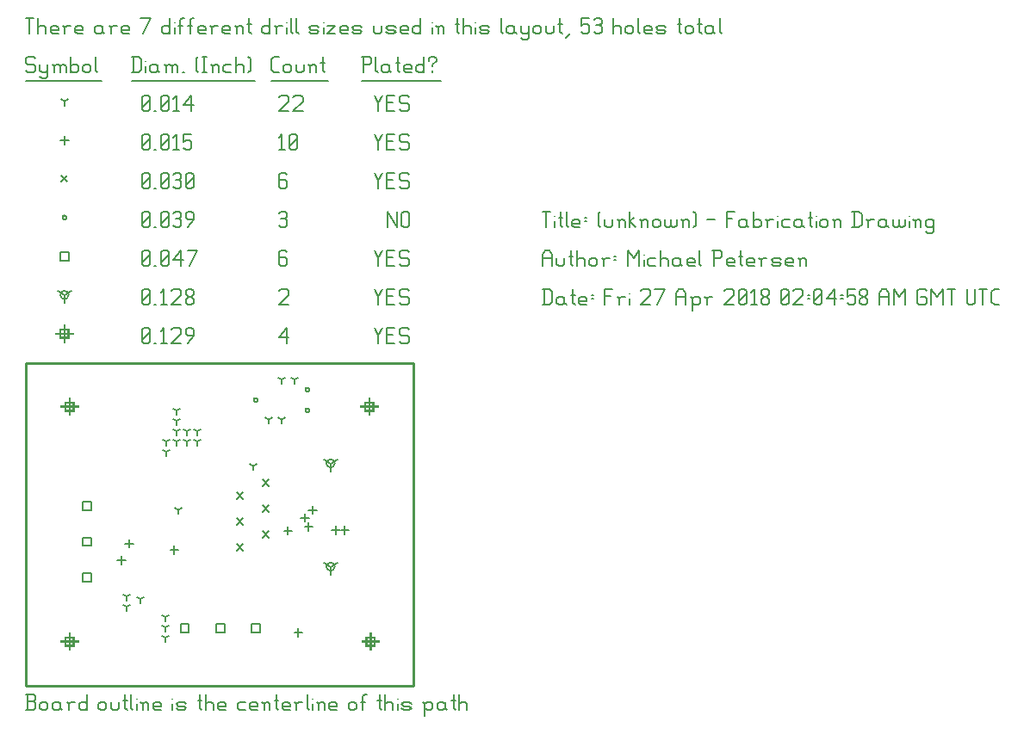
<source format=gbr>
G04 start of page 13 for group -3984 idx -3984 *
G04 Title: (unknown), fab *
G04 Creator: pcb 20140316 *
G04 CreationDate: Fri 27 Apr 2018 02:04:58 AM GMT UTC *
G04 For: petersen *
G04 Format: Gerber/RS-274X *
G04 PCB-Dimensions (mil): 1500.00 1250.00 *
G04 PCB-Coordinate-Origin: lower left *
%MOIN*%
%FSLAX25Y25*%
%LNFAB*%
%ADD106C,0.0100*%
%ADD105C,0.0075*%
%ADD104C,0.0060*%
%ADD103R,0.0080X0.0080*%
G54D103*X133000Y111200D02*Y104800D01*
X129800Y108000D02*X136200D01*
X131400Y109600D02*X134600D01*
X131400D02*Y106400D01*
X134600D01*
Y109600D02*Y106400D01*
X133500Y20200D02*Y13800D01*
X130300Y17000D02*X136700D01*
X131900Y18600D02*X135100D01*
X131900D02*Y15400D01*
X135100D01*
Y18600D02*Y15400D01*
X17000Y20200D02*Y13800D01*
X13800Y17000D02*X20200D01*
X15400Y18600D02*X18600D01*
X15400D02*Y15400D01*
X18600D01*
Y18600D02*Y15400D01*
X17000Y111200D02*Y104800D01*
X13800Y108000D02*X20200D01*
X15400Y109600D02*X18600D01*
X15400D02*Y106400D01*
X18600D01*
Y109600D02*Y106400D01*
X15000Y139450D02*Y133050D01*
X11800Y136250D02*X18200D01*
X13400Y137850D02*X16600D01*
X13400D02*Y134650D01*
X16600D01*
Y137850D02*Y134650D01*
G54D104*X135000Y138500D02*X136500Y135500D01*
X138000Y138500D01*
X136500Y135500D02*Y132500D01*
X139800Y135800D02*X142050D01*
X139800Y132500D02*X142800D01*
X139800Y138500D02*Y132500D01*
Y138500D02*X142800D01*
X147600D02*X148350Y137750D01*
X145350Y138500D02*X147600D01*
X144600Y137750D02*X145350Y138500D01*
X144600Y137750D02*Y136250D01*
X145350Y135500D01*
X147600D01*
X148350Y134750D01*
Y133250D01*
X147600Y132500D02*X148350Y133250D01*
X145350Y132500D02*X147600D01*
X144600Y133250D02*X145350Y132500D01*
X98000Y134750D02*X101000Y138500D01*
X98000Y134750D02*X101750D01*
X101000Y138500D02*Y132500D01*
X45000Y133250D02*X45750Y132500D01*
X45000Y137750D02*Y133250D01*
Y137750D02*X45750Y138500D01*
X47250D01*
X48000Y137750D01*
Y133250D01*
X47250Y132500D02*X48000Y133250D01*
X45750Y132500D02*X47250D01*
X45000Y134000D02*X48000Y137000D01*
X49800Y132500D02*X50550D01*
X52350Y137300D02*X53550Y138500D01*
Y132500D01*
X52350D02*X54600D01*
X56400Y137750D02*X57150Y138500D01*
X59400D01*
X60150Y137750D01*
Y136250D01*
X56400Y132500D02*X60150Y136250D01*
X56400Y132500D02*X60150D01*
X62700D02*X64950Y135500D01*
Y137750D02*Y135500D01*
X64200Y138500D02*X64950Y137750D01*
X62700Y138500D02*X64200D01*
X61950Y137750D02*X62700Y138500D01*
X61950Y137750D02*Y136250D01*
X62700Y135500D01*
X64950D01*
X118000Y46000D02*Y42800D01*
Y46000D02*X120773Y47600D01*
X118000Y46000D02*X115227Y47600D01*
X116400Y46000D02*G75*G03X119600Y46000I1600J0D01*G01*
G75*G03X116400Y46000I-1600J0D01*G01*
X118000Y86000D02*Y82800D01*
Y86000D02*X120773Y87600D01*
X118000Y86000D02*X115227Y87600D01*
X116400Y86000D02*G75*G03X119600Y86000I1600J0D01*G01*
G75*G03X116400Y86000I-1600J0D01*G01*
X15000Y151250D02*Y148050D01*
Y151250D02*X17773Y152850D01*
X15000Y151250D02*X12227Y152850D01*
X13400Y151250D02*G75*G03X16600Y151250I1600J0D01*G01*
G75*G03X13400Y151250I-1600J0D01*G01*
X135000Y153500D02*X136500Y150500D01*
X138000Y153500D01*
X136500Y150500D02*Y147500D01*
X139800Y150800D02*X142050D01*
X139800Y147500D02*X142800D01*
X139800Y153500D02*Y147500D01*
Y153500D02*X142800D01*
X147600D02*X148350Y152750D01*
X145350Y153500D02*X147600D01*
X144600Y152750D02*X145350Y153500D01*
X144600Y152750D02*Y151250D01*
X145350Y150500D01*
X147600D01*
X148350Y149750D01*
Y148250D01*
X147600Y147500D02*X148350Y148250D01*
X145350Y147500D02*X147600D01*
X144600Y148250D02*X145350Y147500D01*
X98000Y152750D02*X98750Y153500D01*
X101000D01*
X101750Y152750D01*
Y151250D01*
X98000Y147500D02*X101750Y151250D01*
X98000Y147500D02*X101750D01*
X45000Y148250D02*X45750Y147500D01*
X45000Y152750D02*Y148250D01*
Y152750D02*X45750Y153500D01*
X47250D01*
X48000Y152750D01*
Y148250D01*
X47250Y147500D02*X48000Y148250D01*
X45750Y147500D02*X47250D01*
X45000Y149000D02*X48000Y152000D01*
X49800Y147500D02*X50550D01*
X52350Y152300D02*X53550Y153500D01*
Y147500D01*
X52350D02*X54600D01*
X56400Y152750D02*X57150Y153500D01*
X59400D01*
X60150Y152750D01*
Y151250D01*
X56400Y147500D02*X60150Y151250D01*
X56400Y147500D02*X60150D01*
X61950Y148250D02*X62700Y147500D01*
X61950Y149450D02*Y148250D01*
Y149450D02*X63000Y150500D01*
X63900D01*
X64950Y149450D01*
Y148250D01*
X64200Y147500D02*X64950Y148250D01*
X62700Y147500D02*X64200D01*
X61950Y151550D02*X63000Y150500D01*
X61950Y152750D02*Y151550D01*
Y152750D02*X62700Y153500D01*
X64200D01*
X64950Y152750D01*
Y151550D01*
X63900Y150500D02*X64950Y151550D01*
X22073Y71045D02*X25273D01*
X22073D02*Y67845D01*
X25273D01*
Y71045D02*Y67845D01*
X22073Y57265D02*X25273D01*
X22073D02*Y54065D01*
X25273D01*
Y57265D02*Y54065D01*
X22073Y43486D02*X25273D01*
X22073D02*Y40286D01*
X25273D01*
Y43486D02*Y40286D01*
X59955Y23773D02*X63155D01*
X59955D02*Y20573D01*
X63155D01*
Y23773D02*Y20573D01*
X73735Y23773D02*X76935D01*
X73735D02*Y20573D01*
X76935D01*
Y23773D02*Y20573D01*
X87514Y23773D02*X90714D01*
X87514D02*Y20573D01*
X90714D01*
Y23773D02*Y20573D01*
X13400Y167850D02*X16600D01*
X13400D02*Y164650D01*
X16600D01*
Y167850D02*Y164650D01*
X135000Y168500D02*X136500Y165500D01*
X138000Y168500D01*
X136500Y165500D02*Y162500D01*
X139800Y165800D02*X142050D01*
X139800Y162500D02*X142800D01*
X139800Y168500D02*Y162500D01*
Y168500D02*X142800D01*
X147600D02*X148350Y167750D01*
X145350Y168500D02*X147600D01*
X144600Y167750D02*X145350Y168500D01*
X144600Y167750D02*Y166250D01*
X145350Y165500D01*
X147600D01*
X148350Y164750D01*
Y163250D01*
X147600Y162500D02*X148350Y163250D01*
X145350Y162500D02*X147600D01*
X144600Y163250D02*X145350Y162500D01*
X100250Y168500D02*X101000Y167750D01*
X98750Y168500D02*X100250D01*
X98000Y167750D02*X98750Y168500D01*
X98000Y167750D02*Y163250D01*
X98750Y162500D01*
X100250Y165800D02*X101000Y165050D01*
X98000Y165800D02*X100250D01*
X98750Y162500D02*X100250D01*
X101000Y163250D01*
Y165050D02*Y163250D01*
X45000D02*X45750Y162500D01*
X45000Y167750D02*Y163250D01*
Y167750D02*X45750Y168500D01*
X47250D01*
X48000Y167750D01*
Y163250D01*
X47250Y162500D02*X48000Y163250D01*
X45750Y162500D02*X47250D01*
X45000Y164000D02*X48000Y167000D01*
X49800Y162500D02*X50550D01*
X52350Y163250D02*X53100Y162500D01*
X52350Y167750D02*Y163250D01*
Y167750D02*X53100Y168500D01*
X54600D01*
X55350Y167750D01*
Y163250D01*
X54600Y162500D02*X55350Y163250D01*
X53100Y162500D02*X54600D01*
X52350Y164000D02*X55350Y167000D01*
X57150Y164750D02*X60150Y168500D01*
X57150Y164750D02*X60900D01*
X60150Y168500D02*Y162500D01*
X63450D02*X66450Y168500D01*
X62700D02*X66450D01*
X88200Y110500D02*G75*G03X89800Y110500I800J0D01*G01*
G75*G03X88200Y110500I-800J0D01*G01*
X108200Y114500D02*G75*G03X109800Y114500I800J0D01*G01*
G75*G03X108200Y114500I-800J0D01*G01*
Y106500D02*G75*G03X109800Y106500I800J0D01*G01*
G75*G03X108200Y106500I-800J0D01*G01*
X14200Y181250D02*G75*G03X15800Y181250I800J0D01*G01*
G75*G03X14200Y181250I-800J0D01*G01*
X140000Y183500D02*Y177500D01*
Y183500D02*X143750Y177500D01*
Y183500D02*Y177500D01*
X145550Y182750D02*Y178250D01*
Y182750D02*X146300Y183500D01*
X147800D01*
X148550Y182750D01*
Y178250D01*
X147800Y177500D02*X148550Y178250D01*
X146300Y177500D02*X147800D01*
X145550Y178250D02*X146300Y177500D01*
X98000Y182750D02*X98750Y183500D01*
X100250D01*
X101000Y182750D01*
X100250Y177500D02*X101000Y178250D01*
X98750Y177500D02*X100250D01*
X98000Y178250D02*X98750Y177500D01*
Y180800D02*X100250D01*
X101000Y182750D02*Y181550D01*
Y180050D02*Y178250D01*
Y180050D02*X100250Y180800D01*
X101000Y181550D02*X100250Y180800D01*
X45000Y178250D02*X45750Y177500D01*
X45000Y182750D02*Y178250D01*
Y182750D02*X45750Y183500D01*
X47250D01*
X48000Y182750D01*
Y178250D01*
X47250Y177500D02*X48000Y178250D01*
X45750Y177500D02*X47250D01*
X45000Y179000D02*X48000Y182000D01*
X49800Y177500D02*X50550D01*
X52350Y178250D02*X53100Y177500D01*
X52350Y182750D02*Y178250D01*
Y182750D02*X53100Y183500D01*
X54600D01*
X55350Y182750D01*
Y178250D01*
X54600Y177500D02*X55350Y178250D01*
X53100Y177500D02*X54600D01*
X52350Y179000D02*X55350Y182000D01*
X57150Y182750D02*X57900Y183500D01*
X59400D01*
X60150Y182750D01*
X59400Y177500D02*X60150Y178250D01*
X57900Y177500D02*X59400D01*
X57150Y178250D02*X57900Y177500D01*
Y180800D02*X59400D01*
X60150Y182750D02*Y181550D01*
Y180050D02*Y178250D01*
Y180050D02*X59400Y180800D01*
X60150Y181550D02*X59400Y180800D01*
X62700Y177500D02*X64950Y180500D01*
Y182750D02*Y180500D01*
X64200Y183500D02*X64950Y182750D01*
X62700Y183500D02*X64200D01*
X61950Y182750D02*X62700Y183500D01*
X61950Y182750D02*Y181250D01*
X62700Y180500D01*
X64950D01*
X81800Y54700D02*X84200Y52300D01*
X81800D02*X84200Y54700D01*
X91800Y59700D02*X94200Y57300D01*
X91800D02*X94200Y59700D01*
X81800Y64700D02*X84200Y62300D01*
X81800D02*X84200Y64700D01*
X91800Y69700D02*X94200Y67300D01*
X91800D02*X94200Y69700D01*
X81800Y74700D02*X84200Y72300D01*
X81800D02*X84200Y74700D01*
X91800Y79700D02*X94200Y77300D01*
X91800D02*X94200Y79700D01*
X13800Y197450D02*X16200Y195050D01*
X13800D02*X16200Y197450D01*
X135000Y198500D02*X136500Y195500D01*
X138000Y198500D01*
X136500Y195500D02*Y192500D01*
X139800Y195800D02*X142050D01*
X139800Y192500D02*X142800D01*
X139800Y198500D02*Y192500D01*
Y198500D02*X142800D01*
X147600D02*X148350Y197750D01*
X145350Y198500D02*X147600D01*
X144600Y197750D02*X145350Y198500D01*
X144600Y197750D02*Y196250D01*
X145350Y195500D01*
X147600D01*
X148350Y194750D01*
Y193250D01*
X147600Y192500D02*X148350Y193250D01*
X145350Y192500D02*X147600D01*
X144600Y193250D02*X145350Y192500D01*
X100250Y198500D02*X101000Y197750D01*
X98750Y198500D02*X100250D01*
X98000Y197750D02*X98750Y198500D01*
X98000Y197750D02*Y193250D01*
X98750Y192500D01*
X100250Y195800D02*X101000Y195050D01*
X98000Y195800D02*X100250D01*
X98750Y192500D02*X100250D01*
X101000Y193250D01*
Y195050D02*Y193250D01*
X45000D02*X45750Y192500D01*
X45000Y197750D02*Y193250D01*
Y197750D02*X45750Y198500D01*
X47250D01*
X48000Y197750D01*
Y193250D01*
X47250Y192500D02*X48000Y193250D01*
X45750Y192500D02*X47250D01*
X45000Y194000D02*X48000Y197000D01*
X49800Y192500D02*X50550D01*
X52350Y193250D02*X53100Y192500D01*
X52350Y197750D02*Y193250D01*
Y197750D02*X53100Y198500D01*
X54600D01*
X55350Y197750D01*
Y193250D01*
X54600Y192500D02*X55350Y193250D01*
X53100Y192500D02*X54600D01*
X52350Y194000D02*X55350Y197000D01*
X57150Y197750D02*X57900Y198500D01*
X59400D01*
X60150Y197750D01*
X59400Y192500D02*X60150Y193250D01*
X57900Y192500D02*X59400D01*
X57150Y193250D02*X57900Y192500D01*
Y195800D02*X59400D01*
X60150Y197750D02*Y196550D01*
Y195050D02*Y193250D01*
Y195050D02*X59400Y195800D01*
X60150Y196550D02*X59400Y195800D01*
X61950Y193250D02*X62700Y192500D01*
X61950Y197750D02*Y193250D01*
Y197750D02*X62700Y198500D01*
X64200D01*
X64950Y197750D01*
Y193250D01*
X64200Y192500D02*X64950Y193250D01*
X62700Y192500D02*X64200D01*
X61950Y194000D02*X64950Y197000D01*
X37000Y50100D02*Y46900D01*
X35400Y48500D02*X38600D01*
X40000Y56600D02*Y53400D01*
X38400Y55000D02*X41600D01*
X57500Y54100D02*Y50900D01*
X55900Y52500D02*X59100D01*
X105500Y22100D02*Y18900D01*
X103900Y20500D02*X107100D01*
X111000Y69600D02*Y66400D01*
X109400Y68000D02*X112600D01*
X108000Y66600D02*Y63400D01*
X106400Y65000D02*X109600D01*
X101500Y61600D02*Y58400D01*
X99900Y60000D02*X103100D01*
X109500Y63100D02*Y59900D01*
X107900Y61500D02*X111100D01*
X120000Y61694D02*Y58494D01*
X118400Y60094D02*X121600D01*
X123500Y61694D02*Y58494D01*
X121900Y60094D02*X125100D01*
X15000Y212850D02*Y209650D01*
X13400Y211250D02*X16600D01*
X135000Y213500D02*X136500Y210500D01*
X138000Y213500D01*
X136500Y210500D02*Y207500D01*
X139800Y210800D02*X142050D01*
X139800Y207500D02*X142800D01*
X139800Y213500D02*Y207500D01*
Y213500D02*X142800D01*
X147600D02*X148350Y212750D01*
X145350Y213500D02*X147600D01*
X144600Y212750D02*X145350Y213500D01*
X144600Y212750D02*Y211250D01*
X145350Y210500D01*
X147600D01*
X148350Y209750D01*
Y208250D01*
X147600Y207500D02*X148350Y208250D01*
X145350Y207500D02*X147600D01*
X144600Y208250D02*X145350Y207500D01*
X98000Y212300D02*X99200Y213500D01*
Y207500D01*
X98000D02*X100250D01*
X102050Y208250D02*X102800Y207500D01*
X102050Y212750D02*Y208250D01*
Y212750D02*X102800Y213500D01*
X104300D01*
X105050Y212750D01*
Y208250D01*
X104300Y207500D02*X105050Y208250D01*
X102800Y207500D02*X104300D01*
X102050Y209000D02*X105050Y212000D01*
X45000Y208250D02*X45750Y207500D01*
X45000Y212750D02*Y208250D01*
Y212750D02*X45750Y213500D01*
X47250D01*
X48000Y212750D01*
Y208250D01*
X47250Y207500D02*X48000Y208250D01*
X45750Y207500D02*X47250D01*
X45000Y209000D02*X48000Y212000D01*
X49800Y207500D02*X50550D01*
X52350Y208250D02*X53100Y207500D01*
X52350Y212750D02*Y208250D01*
Y212750D02*X53100Y213500D01*
X54600D01*
X55350Y212750D01*
Y208250D01*
X54600Y207500D02*X55350Y208250D01*
X53100Y207500D02*X54600D01*
X52350Y209000D02*X55350Y212000D01*
X57150Y212300D02*X58350Y213500D01*
Y207500D01*
X57150D02*X59400D01*
X61200Y213500D02*X64200D01*
X61200D02*Y210500D01*
X61950Y211250D01*
X63450D01*
X64200Y210500D01*
Y208250D01*
X63450Y207500D02*X64200Y208250D01*
X61950Y207500D02*X63450D01*
X61200Y208250D02*X61950Y207500D01*
X104000Y118500D02*Y116900D01*
Y118500D02*X105387Y119300D01*
X104000Y118500D02*X102613Y119300D01*
X54000Y18500D02*Y16900D01*
Y18500D02*X55387Y19300D01*
X54000Y18500D02*X52613Y19300D01*
X99000Y103000D02*Y101400D01*
Y103000D02*X100387Y103800D01*
X99000Y103000D02*X97613Y103800D01*
X58500Y106500D02*Y104900D01*
Y106500D02*X59887Y107300D01*
X58500Y106500D02*X57113Y107300D01*
X58500Y102500D02*Y100900D01*
Y102500D02*X59887Y103300D01*
X58500Y102500D02*X57113Y103300D01*
X58500Y98500D02*Y96900D01*
Y98500D02*X59887Y99300D01*
X58500Y98500D02*X57113Y99300D01*
X62500Y98500D02*Y96900D01*
Y98500D02*X63887Y99300D01*
X62500Y98500D02*X61113Y99300D01*
X66500Y98500D02*Y96900D01*
Y98500D02*X67887Y99300D01*
X66500Y98500D02*X65113Y99300D01*
X66500Y94500D02*Y92900D01*
Y94500D02*X67887Y95300D01*
X66500Y94500D02*X65113Y95300D01*
X62500Y94500D02*Y92900D01*
Y94500D02*X63887Y95300D01*
X62500Y94500D02*X61113Y95300D01*
X58500Y94500D02*Y92900D01*
Y94500D02*X59887Y95300D01*
X58500Y94500D02*X57113Y95300D01*
X54500Y94500D02*Y92900D01*
Y94500D02*X55887Y95300D01*
X54500Y94500D02*X53113Y95300D01*
X54500Y90500D02*Y88900D01*
Y90500D02*X55887Y91300D01*
X54500Y90500D02*X53113Y91300D01*
X94000Y103000D02*Y101400D01*
Y103000D02*X95387Y103800D01*
X94000Y103000D02*X92613Y103800D01*
X99000Y118500D02*Y116900D01*
Y118500D02*X100387Y119300D01*
X99000Y118500D02*X97613Y119300D01*
X88000Y85000D02*Y83400D01*
Y85000D02*X89387Y85800D01*
X88000Y85000D02*X86613Y85800D01*
X39000Y34500D02*Y32900D01*
Y34500D02*X40387Y35300D01*
X39000Y34500D02*X37613Y35300D01*
X54000Y22500D02*Y20900D01*
Y22500D02*X55387Y23300D01*
X54000Y22500D02*X52613Y23300D01*
X54000Y26500D02*Y24900D01*
Y26500D02*X55387Y27300D01*
X54000Y26500D02*X52613Y27300D01*
X44500Y33500D02*Y31900D01*
Y33500D02*X45887Y34300D01*
X44500Y33500D02*X43113Y34300D01*
X59000Y68000D02*Y66400D01*
Y68000D02*X60387Y68800D01*
X59000Y68000D02*X57613Y68800D01*
X39000Y30500D02*Y28900D01*
Y30500D02*X40387Y31300D01*
X39000Y30500D02*X37613Y31300D01*
X15000Y226250D02*Y224650D01*
Y226250D02*X16387Y227050D01*
X15000Y226250D02*X13613Y227050D01*
X135000Y228500D02*X136500Y225500D01*
X138000Y228500D01*
X136500Y225500D02*Y222500D01*
X139800Y225800D02*X142050D01*
X139800Y222500D02*X142800D01*
X139800Y228500D02*Y222500D01*
Y228500D02*X142800D01*
X147600D02*X148350Y227750D01*
X145350Y228500D02*X147600D01*
X144600Y227750D02*X145350Y228500D01*
X144600Y227750D02*Y226250D01*
X145350Y225500D01*
X147600D01*
X148350Y224750D01*
Y223250D01*
X147600Y222500D02*X148350Y223250D01*
X145350Y222500D02*X147600D01*
X144600Y223250D02*X145350Y222500D01*
X98000Y227750D02*X98750Y228500D01*
X101000D01*
X101750Y227750D01*
Y226250D01*
X98000Y222500D02*X101750Y226250D01*
X98000Y222500D02*X101750D01*
X103550Y227750D02*X104300Y228500D01*
X106550D01*
X107300Y227750D01*
Y226250D01*
X103550Y222500D02*X107300Y226250D01*
X103550Y222500D02*X107300D01*
X45000Y223250D02*X45750Y222500D01*
X45000Y227750D02*Y223250D01*
Y227750D02*X45750Y228500D01*
X47250D01*
X48000Y227750D01*
Y223250D01*
X47250Y222500D02*X48000Y223250D01*
X45750Y222500D02*X47250D01*
X45000Y224000D02*X48000Y227000D01*
X49800Y222500D02*X50550D01*
X52350Y223250D02*X53100Y222500D01*
X52350Y227750D02*Y223250D01*
Y227750D02*X53100Y228500D01*
X54600D01*
X55350Y227750D01*
Y223250D01*
X54600Y222500D02*X55350Y223250D01*
X53100Y222500D02*X54600D01*
X52350Y224000D02*X55350Y227000D01*
X57150Y227300D02*X58350Y228500D01*
Y222500D01*
X57150D02*X59400D01*
X61200Y224750D02*X64200Y228500D01*
X61200Y224750D02*X64950D01*
X64200Y228500D02*Y222500D01*
X3000Y243500D02*X3750Y242750D01*
X750Y243500D02*X3000D01*
X0Y242750D02*X750Y243500D01*
X0Y242750D02*Y241250D01*
X750Y240500D01*
X3000D01*
X3750Y239750D01*
Y238250D01*
X3000Y237500D02*X3750Y238250D01*
X750Y237500D02*X3000D01*
X0Y238250D02*X750Y237500D01*
X5550Y240500D02*Y238250D01*
X6300Y237500D01*
X8550Y240500D02*Y236000D01*
X7800Y235250D02*X8550Y236000D01*
X6300Y235250D02*X7800D01*
X5550Y236000D02*X6300Y235250D01*
Y237500D02*X7800D01*
X8550Y238250D01*
X11100Y239750D02*Y237500D01*
Y239750D02*X11850Y240500D01*
X12600D01*
X13350Y239750D01*
Y237500D01*
Y239750D02*X14100Y240500D01*
X14850D01*
X15600Y239750D01*
Y237500D01*
X10350Y240500D02*X11100Y239750D01*
X17400Y243500D02*Y237500D01*
Y238250D02*X18150Y237500D01*
X19650D01*
X20400Y238250D01*
Y239750D02*Y238250D01*
X19650Y240500D02*X20400Y239750D01*
X18150Y240500D02*X19650D01*
X17400Y239750D02*X18150Y240500D01*
X22200Y239750D02*Y238250D01*
Y239750D02*X22950Y240500D01*
X24450D01*
X25200Y239750D01*
Y238250D01*
X24450Y237500D02*X25200Y238250D01*
X22950Y237500D02*X24450D01*
X22200Y238250D02*X22950Y237500D01*
X27000Y243500D02*Y238250D01*
X27750Y237500D01*
X0Y234250D02*X29250D01*
X41750Y243500D02*Y237500D01*
X43700Y243500D02*X44750Y242450D01*
Y238550D01*
X43700Y237500D02*X44750Y238550D01*
X41000Y237500D02*X43700D01*
X41000Y243500D02*X43700D01*
G54D105*X46550Y242000D02*Y241850D01*
G54D104*Y239750D02*Y237500D01*
X50300Y240500D02*X51050Y239750D01*
X48800Y240500D02*X50300D01*
X48050Y239750D02*X48800Y240500D01*
X48050Y239750D02*Y238250D01*
X48800Y237500D01*
X51050Y240500D02*Y238250D01*
X51800Y237500D01*
X48800D02*X50300D01*
X51050Y238250D01*
X54350Y239750D02*Y237500D01*
Y239750D02*X55100Y240500D01*
X55850D01*
X56600Y239750D01*
Y237500D01*
Y239750D02*X57350Y240500D01*
X58100D01*
X58850Y239750D01*
Y237500D01*
X53600Y240500D02*X54350Y239750D01*
X60650Y237500D02*X61400D01*
X65900Y238250D02*X66650Y237500D01*
X65900Y242750D02*X66650Y243500D01*
X65900Y242750D02*Y238250D01*
X68450Y243500D02*X69950D01*
X69200D02*Y237500D01*
X68450D02*X69950D01*
X72500Y239750D02*Y237500D01*
Y239750D02*X73250Y240500D01*
X74000D01*
X74750Y239750D01*
Y237500D01*
X71750Y240500D02*X72500Y239750D01*
X77300Y240500D02*X79550D01*
X76550Y239750D02*X77300Y240500D01*
X76550Y239750D02*Y238250D01*
X77300Y237500D01*
X79550D01*
X81350Y243500D02*Y237500D01*
Y239750D02*X82100Y240500D01*
X83600D01*
X84350Y239750D01*
Y237500D01*
X86150Y243500D02*X86900Y242750D01*
Y238250D01*
X86150Y237500D02*X86900Y238250D01*
X41000Y234250D02*X88700D01*
X96050Y237500D02*X98000D01*
X95000Y238550D02*X96050Y237500D01*
X95000Y242450D02*Y238550D01*
Y242450D02*X96050Y243500D01*
X98000D01*
X99800Y239750D02*Y238250D01*
Y239750D02*X100550Y240500D01*
X102050D01*
X102800Y239750D01*
Y238250D01*
X102050Y237500D02*X102800Y238250D01*
X100550Y237500D02*X102050D01*
X99800Y238250D02*X100550Y237500D01*
X104600Y240500D02*Y238250D01*
X105350Y237500D01*
X106850D01*
X107600Y238250D01*
Y240500D02*Y238250D01*
X110150Y239750D02*Y237500D01*
Y239750D02*X110900Y240500D01*
X111650D01*
X112400Y239750D01*
Y237500D01*
X109400Y240500D02*X110150Y239750D01*
X114950Y243500D02*Y238250D01*
X115700Y237500D01*
X114200Y241250D02*X115700D01*
X95000Y234250D02*X117200D01*
X130750Y243500D02*Y237500D01*
X130000Y243500D02*X133000D01*
X133750Y242750D01*
Y241250D01*
X133000Y240500D02*X133750Y241250D01*
X130750Y240500D02*X133000D01*
X135550Y243500D02*Y238250D01*
X136300Y237500D01*
X140050Y240500D02*X140800Y239750D01*
X138550Y240500D02*X140050D01*
X137800Y239750D02*X138550Y240500D01*
X137800Y239750D02*Y238250D01*
X138550Y237500D01*
X140800Y240500D02*Y238250D01*
X141550Y237500D01*
X138550D02*X140050D01*
X140800Y238250D01*
X144100Y243500D02*Y238250D01*
X144850Y237500D01*
X143350Y241250D02*X144850D01*
X147100Y237500D02*X149350D01*
X146350Y238250D02*X147100Y237500D01*
X146350Y239750D02*Y238250D01*
Y239750D02*X147100Y240500D01*
X148600D01*
X149350Y239750D01*
X146350Y239000D02*X149350D01*
Y239750D02*Y239000D01*
X154150Y243500D02*Y237500D01*
X153400D02*X154150Y238250D01*
X151900Y237500D02*X153400D01*
X151150Y238250D02*X151900Y237500D01*
X151150Y239750D02*Y238250D01*
Y239750D02*X151900Y240500D01*
X153400D01*
X154150Y239750D01*
X157450Y240500D02*Y239750D01*
Y238250D02*Y237500D01*
X155950Y242750D02*Y242000D01*
Y242750D02*X156700Y243500D01*
X158200D01*
X158950Y242750D01*
Y242000D01*
X157450Y240500D02*X158950Y242000D01*
X130000Y234250D02*X160750D01*
X0Y258500D02*X3000D01*
X1500D02*Y252500D01*
X4800Y258500D02*Y252500D01*
Y254750D02*X5550Y255500D01*
X7050D01*
X7800Y254750D01*
Y252500D01*
X10350D02*X12600D01*
X9600Y253250D02*X10350Y252500D01*
X9600Y254750D02*Y253250D01*
Y254750D02*X10350Y255500D01*
X11850D01*
X12600Y254750D01*
X9600Y254000D02*X12600D01*
Y254750D02*Y254000D01*
X15150Y254750D02*Y252500D01*
Y254750D02*X15900Y255500D01*
X17400D01*
X14400D02*X15150Y254750D01*
X19950Y252500D02*X22200D01*
X19200Y253250D02*X19950Y252500D01*
X19200Y254750D02*Y253250D01*
Y254750D02*X19950Y255500D01*
X21450D01*
X22200Y254750D01*
X19200Y254000D02*X22200D01*
Y254750D02*Y254000D01*
X28950Y255500D02*X29700Y254750D01*
X27450Y255500D02*X28950D01*
X26700Y254750D02*X27450Y255500D01*
X26700Y254750D02*Y253250D01*
X27450Y252500D01*
X29700Y255500D02*Y253250D01*
X30450Y252500D01*
X27450D02*X28950D01*
X29700Y253250D01*
X33000Y254750D02*Y252500D01*
Y254750D02*X33750Y255500D01*
X35250D01*
X32250D02*X33000Y254750D01*
X37800Y252500D02*X40050D01*
X37050Y253250D02*X37800Y252500D01*
X37050Y254750D02*Y253250D01*
Y254750D02*X37800Y255500D01*
X39300D01*
X40050Y254750D01*
X37050Y254000D02*X40050D01*
Y254750D02*Y254000D01*
X45300Y252500D02*X48300Y258500D01*
X44550D02*X48300D01*
X55800D02*Y252500D01*
X55050D02*X55800Y253250D01*
X53550Y252500D02*X55050D01*
X52800Y253250D02*X53550Y252500D01*
X52800Y254750D02*Y253250D01*
Y254750D02*X53550Y255500D01*
X55050D01*
X55800Y254750D01*
G54D105*X57600Y257000D02*Y256850D01*
G54D104*Y254750D02*Y252500D01*
X59850Y257750D02*Y252500D01*
Y257750D02*X60600Y258500D01*
X61350D01*
X59100Y255500D02*X60600D01*
X63600Y257750D02*Y252500D01*
Y257750D02*X64350Y258500D01*
X65100D01*
X62850Y255500D02*X64350D01*
X67350Y252500D02*X69600D01*
X66600Y253250D02*X67350Y252500D01*
X66600Y254750D02*Y253250D01*
Y254750D02*X67350Y255500D01*
X68850D01*
X69600Y254750D01*
X66600Y254000D02*X69600D01*
Y254750D02*Y254000D01*
X72150Y254750D02*Y252500D01*
Y254750D02*X72900Y255500D01*
X74400D01*
X71400D02*X72150Y254750D01*
X76950Y252500D02*X79200D01*
X76200Y253250D02*X76950Y252500D01*
X76200Y254750D02*Y253250D01*
Y254750D02*X76950Y255500D01*
X78450D01*
X79200Y254750D01*
X76200Y254000D02*X79200D01*
Y254750D02*Y254000D01*
X81750Y254750D02*Y252500D01*
Y254750D02*X82500Y255500D01*
X83250D01*
X84000Y254750D01*
Y252500D01*
X81000Y255500D02*X81750Y254750D01*
X86550Y258500D02*Y253250D01*
X87300Y252500D01*
X85800Y256250D02*X87300D01*
X94500Y258500D02*Y252500D01*
X93750D02*X94500Y253250D01*
X92250Y252500D02*X93750D01*
X91500Y253250D02*X92250Y252500D01*
X91500Y254750D02*Y253250D01*
Y254750D02*X92250Y255500D01*
X93750D01*
X94500Y254750D01*
X97050D02*Y252500D01*
Y254750D02*X97800Y255500D01*
X99300D01*
X96300D02*X97050Y254750D01*
G54D105*X101100Y257000D02*Y256850D01*
G54D104*Y254750D02*Y252500D01*
X102600Y258500D02*Y253250D01*
X103350Y252500D01*
X104850Y258500D02*Y253250D01*
X105600Y252500D01*
X110550D02*X112800D01*
X113550Y253250D01*
X112800Y254000D02*X113550Y253250D01*
X110550Y254000D02*X112800D01*
X109800Y254750D02*X110550Y254000D01*
X109800Y254750D02*X110550Y255500D01*
X112800D01*
X113550Y254750D01*
X109800Y253250D02*X110550Y252500D01*
G54D105*X115350Y257000D02*Y256850D01*
G54D104*Y254750D02*Y252500D01*
X116850Y255500D02*X119850D01*
X116850Y252500D02*X119850Y255500D01*
X116850Y252500D02*X119850D01*
X122400D02*X124650D01*
X121650Y253250D02*X122400Y252500D01*
X121650Y254750D02*Y253250D01*
Y254750D02*X122400Y255500D01*
X123900D01*
X124650Y254750D01*
X121650Y254000D02*X124650D01*
Y254750D02*Y254000D01*
X127200Y252500D02*X129450D01*
X130200Y253250D01*
X129450Y254000D02*X130200Y253250D01*
X127200Y254000D02*X129450D01*
X126450Y254750D02*X127200Y254000D01*
X126450Y254750D02*X127200Y255500D01*
X129450D01*
X130200Y254750D01*
X126450Y253250D02*X127200Y252500D01*
X134700Y255500D02*Y253250D01*
X135450Y252500D01*
X136950D01*
X137700Y253250D01*
Y255500D02*Y253250D01*
X140250Y252500D02*X142500D01*
X143250Y253250D01*
X142500Y254000D02*X143250Y253250D01*
X140250Y254000D02*X142500D01*
X139500Y254750D02*X140250Y254000D01*
X139500Y254750D02*X140250Y255500D01*
X142500D01*
X143250Y254750D01*
X139500Y253250D02*X140250Y252500D01*
X145800D02*X148050D01*
X145050Y253250D02*X145800Y252500D01*
X145050Y254750D02*Y253250D01*
Y254750D02*X145800Y255500D01*
X147300D01*
X148050Y254750D01*
X145050Y254000D02*X148050D01*
Y254750D02*Y254000D01*
X152850Y258500D02*Y252500D01*
X152100D02*X152850Y253250D01*
X150600Y252500D02*X152100D01*
X149850Y253250D02*X150600Y252500D01*
X149850Y254750D02*Y253250D01*
Y254750D02*X150600Y255500D01*
X152100D01*
X152850Y254750D01*
G54D105*X157350Y257000D02*Y256850D01*
G54D104*Y254750D02*Y252500D01*
X159600Y254750D02*Y252500D01*
Y254750D02*X160350Y255500D01*
X161100D01*
X161850Y254750D01*
Y252500D01*
X158850Y255500D02*X159600Y254750D01*
X167100Y258500D02*Y253250D01*
X167850Y252500D01*
X166350Y256250D02*X167850D01*
X169350Y258500D02*Y252500D01*
Y254750D02*X170100Y255500D01*
X171600D01*
X172350Y254750D01*
Y252500D01*
G54D105*X174150Y257000D02*Y256850D01*
G54D104*Y254750D02*Y252500D01*
X176400D02*X178650D01*
X179400Y253250D01*
X178650Y254000D02*X179400Y253250D01*
X176400Y254000D02*X178650D01*
X175650Y254750D02*X176400Y254000D01*
X175650Y254750D02*X176400Y255500D01*
X178650D01*
X179400Y254750D01*
X175650Y253250D02*X176400Y252500D01*
X183900Y258500D02*Y253250D01*
X184650Y252500D01*
X188400Y255500D02*X189150Y254750D01*
X186900Y255500D02*X188400D01*
X186150Y254750D02*X186900Y255500D01*
X186150Y254750D02*Y253250D01*
X186900Y252500D01*
X189150Y255500D02*Y253250D01*
X189900Y252500D01*
X186900D02*X188400D01*
X189150Y253250D01*
X191700Y255500D02*Y253250D01*
X192450Y252500D01*
X194700Y255500D02*Y251000D01*
X193950Y250250D02*X194700Y251000D01*
X192450Y250250D02*X193950D01*
X191700Y251000D02*X192450Y250250D01*
Y252500D02*X193950D01*
X194700Y253250D01*
X196500Y254750D02*Y253250D01*
Y254750D02*X197250Y255500D01*
X198750D01*
X199500Y254750D01*
Y253250D01*
X198750Y252500D02*X199500Y253250D01*
X197250Y252500D02*X198750D01*
X196500Y253250D02*X197250Y252500D01*
X201300Y255500D02*Y253250D01*
X202050Y252500D01*
X203550D01*
X204300Y253250D01*
Y255500D02*Y253250D01*
X206850Y258500D02*Y253250D01*
X207600Y252500D01*
X206100Y256250D02*X207600D01*
X209100Y251000D02*X210600Y252500D01*
X215100Y258500D02*X218100D01*
X215100D02*Y255500D01*
X215850Y256250D01*
X217350D01*
X218100Y255500D01*
Y253250D01*
X217350Y252500D02*X218100Y253250D01*
X215850Y252500D02*X217350D01*
X215100Y253250D02*X215850Y252500D01*
X219900Y257750D02*X220650Y258500D01*
X222150D01*
X222900Y257750D01*
X222150Y252500D02*X222900Y253250D01*
X220650Y252500D02*X222150D01*
X219900Y253250D02*X220650Y252500D01*
Y255800D02*X222150D01*
X222900Y257750D02*Y256550D01*
Y255050D02*Y253250D01*
Y255050D02*X222150Y255800D01*
X222900Y256550D02*X222150Y255800D01*
X227400Y258500D02*Y252500D01*
Y254750D02*X228150Y255500D01*
X229650D01*
X230400Y254750D01*
Y252500D01*
X232200Y254750D02*Y253250D01*
Y254750D02*X232950Y255500D01*
X234450D01*
X235200Y254750D01*
Y253250D01*
X234450Y252500D02*X235200Y253250D01*
X232950Y252500D02*X234450D01*
X232200Y253250D02*X232950Y252500D01*
X237000Y258500D02*Y253250D01*
X237750Y252500D01*
X240000D02*X242250D01*
X239250Y253250D02*X240000Y252500D01*
X239250Y254750D02*Y253250D01*
Y254750D02*X240000Y255500D01*
X241500D01*
X242250Y254750D01*
X239250Y254000D02*X242250D01*
Y254750D02*Y254000D01*
X244800Y252500D02*X247050D01*
X247800Y253250D01*
X247050Y254000D02*X247800Y253250D01*
X244800Y254000D02*X247050D01*
X244050Y254750D02*X244800Y254000D01*
X244050Y254750D02*X244800Y255500D01*
X247050D01*
X247800Y254750D01*
X244050Y253250D02*X244800Y252500D01*
X253050Y258500D02*Y253250D01*
X253800Y252500D01*
X252300Y256250D02*X253800D01*
X255300Y254750D02*Y253250D01*
Y254750D02*X256050Y255500D01*
X257550D01*
X258300Y254750D01*
Y253250D01*
X257550Y252500D02*X258300Y253250D01*
X256050Y252500D02*X257550D01*
X255300Y253250D02*X256050Y252500D01*
X260850Y258500D02*Y253250D01*
X261600Y252500D01*
X260100Y256250D02*X261600D01*
X265350Y255500D02*X266100Y254750D01*
X263850Y255500D02*X265350D01*
X263100Y254750D02*X263850Y255500D01*
X263100Y254750D02*Y253250D01*
X263850Y252500D01*
X266100Y255500D02*Y253250D01*
X266850Y252500D01*
X263850D02*X265350D01*
X266100Y253250D01*
X268650Y258500D02*Y253250D01*
X269400Y252500D01*
G54D106*X0Y0D02*X150000D01*
Y125000D01*
X0D01*
Y0D01*
G54D104*Y-9500D02*X3000D01*
X3750Y-8750D01*
Y-6950D02*Y-8750D01*
X3000Y-6200D02*X3750Y-6950D01*
X750Y-6200D02*X3000D01*
X750Y-3500D02*Y-9500D01*
X0Y-3500D02*X3000D01*
X3750Y-4250D01*
Y-5450D01*
X3000Y-6200D02*X3750Y-5450D01*
X5550Y-7250D02*Y-8750D01*
Y-7250D02*X6300Y-6500D01*
X7800D01*
X8550Y-7250D01*
Y-8750D01*
X7800Y-9500D02*X8550Y-8750D01*
X6300Y-9500D02*X7800D01*
X5550Y-8750D02*X6300Y-9500D01*
X12600Y-6500D02*X13350Y-7250D01*
X11100Y-6500D02*X12600D01*
X10350Y-7250D02*X11100Y-6500D01*
X10350Y-7250D02*Y-8750D01*
X11100Y-9500D01*
X13350Y-6500D02*Y-8750D01*
X14100Y-9500D01*
X11100D02*X12600D01*
X13350Y-8750D01*
X16650Y-7250D02*Y-9500D01*
Y-7250D02*X17400Y-6500D01*
X18900D01*
X15900D02*X16650Y-7250D01*
X23700Y-3500D02*Y-9500D01*
X22950D02*X23700Y-8750D01*
X21450Y-9500D02*X22950D01*
X20700Y-8750D02*X21450Y-9500D01*
X20700Y-7250D02*Y-8750D01*
Y-7250D02*X21450Y-6500D01*
X22950D01*
X23700Y-7250D01*
X28200D02*Y-8750D01*
Y-7250D02*X28950Y-6500D01*
X30450D01*
X31200Y-7250D01*
Y-8750D01*
X30450Y-9500D02*X31200Y-8750D01*
X28950Y-9500D02*X30450D01*
X28200Y-8750D02*X28950Y-9500D01*
X33000Y-6500D02*Y-8750D01*
X33750Y-9500D01*
X35250D01*
X36000Y-8750D01*
Y-6500D02*Y-8750D01*
X38550Y-3500D02*Y-8750D01*
X39300Y-9500D01*
X37800Y-5750D02*X39300D01*
X40800Y-3500D02*Y-8750D01*
X41550Y-9500D01*
G54D105*X43050Y-5000D02*Y-5150D01*
G54D104*Y-7250D02*Y-9500D01*
X45300Y-7250D02*Y-9500D01*
Y-7250D02*X46050Y-6500D01*
X46800D01*
X47550Y-7250D01*
Y-9500D01*
X44550Y-6500D02*X45300Y-7250D01*
X50100Y-9500D02*X52350D01*
X49350Y-8750D02*X50100Y-9500D01*
X49350Y-7250D02*Y-8750D01*
Y-7250D02*X50100Y-6500D01*
X51600D01*
X52350Y-7250D01*
X49350Y-8000D02*X52350D01*
Y-7250D02*Y-8000D01*
G54D105*X56850Y-5000D02*Y-5150D01*
G54D104*Y-7250D02*Y-9500D01*
X59100D02*X61350D01*
X62100Y-8750D01*
X61350Y-8000D02*X62100Y-8750D01*
X59100Y-8000D02*X61350D01*
X58350Y-7250D02*X59100Y-8000D01*
X58350Y-7250D02*X59100Y-6500D01*
X61350D01*
X62100Y-7250D01*
X58350Y-8750D02*X59100Y-9500D01*
X67350Y-3500D02*Y-8750D01*
X68100Y-9500D01*
X66600Y-5750D02*X68100D01*
X69600Y-3500D02*Y-9500D01*
Y-7250D02*X70350Y-6500D01*
X71850D01*
X72600Y-7250D01*
Y-9500D01*
X75150D02*X77400D01*
X74400Y-8750D02*X75150Y-9500D01*
X74400Y-7250D02*Y-8750D01*
Y-7250D02*X75150Y-6500D01*
X76650D01*
X77400Y-7250D01*
X74400Y-8000D02*X77400D01*
Y-7250D02*Y-8000D01*
X82650Y-6500D02*X84900D01*
X81900Y-7250D02*X82650Y-6500D01*
X81900Y-7250D02*Y-8750D01*
X82650Y-9500D01*
X84900D01*
X87450D02*X89700D01*
X86700Y-8750D02*X87450Y-9500D01*
X86700Y-7250D02*Y-8750D01*
Y-7250D02*X87450Y-6500D01*
X88950D01*
X89700Y-7250D01*
X86700Y-8000D02*X89700D01*
Y-7250D02*Y-8000D01*
X92250Y-7250D02*Y-9500D01*
Y-7250D02*X93000Y-6500D01*
X93750D01*
X94500Y-7250D01*
Y-9500D01*
X91500Y-6500D02*X92250Y-7250D01*
X97050Y-3500D02*Y-8750D01*
X97800Y-9500D01*
X96300Y-5750D02*X97800D01*
X100050Y-9500D02*X102300D01*
X99300Y-8750D02*X100050Y-9500D01*
X99300Y-7250D02*Y-8750D01*
Y-7250D02*X100050Y-6500D01*
X101550D01*
X102300Y-7250D01*
X99300Y-8000D02*X102300D01*
Y-7250D02*Y-8000D01*
X104850Y-7250D02*Y-9500D01*
Y-7250D02*X105600Y-6500D01*
X107100D01*
X104100D02*X104850Y-7250D01*
X108900Y-3500D02*Y-8750D01*
X109650Y-9500D01*
G54D105*X111150Y-5000D02*Y-5150D01*
G54D104*Y-7250D02*Y-9500D01*
X113400Y-7250D02*Y-9500D01*
Y-7250D02*X114150Y-6500D01*
X114900D01*
X115650Y-7250D01*
Y-9500D01*
X112650Y-6500D02*X113400Y-7250D01*
X118200Y-9500D02*X120450D01*
X117450Y-8750D02*X118200Y-9500D01*
X117450Y-7250D02*Y-8750D01*
Y-7250D02*X118200Y-6500D01*
X119700D01*
X120450Y-7250D01*
X117450Y-8000D02*X120450D01*
Y-7250D02*Y-8000D01*
X124950Y-7250D02*Y-8750D01*
Y-7250D02*X125700Y-6500D01*
X127200D01*
X127950Y-7250D01*
Y-8750D01*
X127200Y-9500D02*X127950Y-8750D01*
X125700Y-9500D02*X127200D01*
X124950Y-8750D02*X125700Y-9500D01*
X130500Y-4250D02*Y-9500D01*
Y-4250D02*X131250Y-3500D01*
X132000D01*
X129750Y-6500D02*X131250D01*
X136950Y-3500D02*Y-8750D01*
X137700Y-9500D01*
X136200Y-5750D02*X137700D01*
X139200Y-3500D02*Y-9500D01*
Y-7250D02*X139950Y-6500D01*
X141450D01*
X142200Y-7250D01*
Y-9500D01*
G54D105*X144000Y-5000D02*Y-5150D01*
G54D104*Y-7250D02*Y-9500D01*
X146250D02*X148500D01*
X149250Y-8750D01*
X148500Y-8000D02*X149250Y-8750D01*
X146250Y-8000D02*X148500D01*
X145500Y-7250D02*X146250Y-8000D01*
X145500Y-7250D02*X146250Y-6500D01*
X148500D01*
X149250Y-7250D01*
X145500Y-8750D02*X146250Y-9500D01*
X154500Y-7250D02*Y-11750D01*
X153750Y-6500D02*X154500Y-7250D01*
X155250Y-6500D01*
X156750D01*
X157500Y-7250D01*
Y-8750D01*
X156750Y-9500D02*X157500Y-8750D01*
X155250Y-9500D02*X156750D01*
X154500Y-8750D02*X155250Y-9500D01*
X161550Y-6500D02*X162300Y-7250D01*
X160050Y-6500D02*X161550D01*
X159300Y-7250D02*X160050Y-6500D01*
X159300Y-7250D02*Y-8750D01*
X160050Y-9500D01*
X162300Y-6500D02*Y-8750D01*
X163050Y-9500D01*
X160050D02*X161550D01*
X162300Y-8750D01*
X165600Y-3500D02*Y-8750D01*
X166350Y-9500D01*
X164850Y-5750D02*X166350D01*
X167850Y-3500D02*Y-9500D01*
Y-7250D02*X168600Y-6500D01*
X170100D01*
X170850Y-7250D01*
Y-9500D01*
X200750Y153500D02*Y147500D01*
X202700Y153500D02*X203750Y152450D01*
Y148550D01*
X202700Y147500D02*X203750Y148550D01*
X200000Y147500D02*X202700D01*
X200000Y153500D02*X202700D01*
X207800Y150500D02*X208550Y149750D01*
X206300Y150500D02*X207800D01*
X205550Y149750D02*X206300Y150500D01*
X205550Y149750D02*Y148250D01*
X206300Y147500D01*
X208550Y150500D02*Y148250D01*
X209300Y147500D01*
X206300D02*X207800D01*
X208550Y148250D01*
X211850Y153500D02*Y148250D01*
X212600Y147500D01*
X211100Y151250D02*X212600D01*
X214850Y147500D02*X217100D01*
X214100Y148250D02*X214850Y147500D01*
X214100Y149750D02*Y148250D01*
Y149750D02*X214850Y150500D01*
X216350D01*
X217100Y149750D01*
X214100Y149000D02*X217100D01*
Y149750D02*Y149000D01*
X218900Y151250D02*X219650D01*
X218900Y149750D02*X219650D01*
X224150Y153500D02*Y147500D01*
Y153500D02*X227150D01*
X224150Y150800D02*X226400D01*
X229700Y149750D02*Y147500D01*
Y149750D02*X230450Y150500D01*
X231950D01*
X228950D02*X229700Y149750D01*
G54D105*X233750Y152000D02*Y151850D01*
G54D104*Y149750D02*Y147500D01*
X237950Y152750D02*X238700Y153500D01*
X240950D01*
X241700Y152750D01*
Y151250D01*
X237950Y147500D02*X241700Y151250D01*
X237950Y147500D02*X241700D01*
X244250D02*X247250Y153500D01*
X243500D02*X247250D01*
X251750Y152000D02*Y147500D01*
Y152000D02*X252800Y153500D01*
X254450D01*
X255500Y152000D01*
Y147500D01*
X251750Y150500D02*X255500D01*
X258050Y149750D02*Y145250D01*
X257300Y150500D02*X258050Y149750D01*
X258800Y150500D01*
X260300D01*
X261050Y149750D01*
Y148250D01*
X260300Y147500D02*X261050Y148250D01*
X258800Y147500D02*X260300D01*
X258050Y148250D02*X258800Y147500D01*
X263600Y149750D02*Y147500D01*
Y149750D02*X264350Y150500D01*
X265850D01*
X262850D02*X263600Y149750D01*
X270350Y152750D02*X271100Y153500D01*
X273350D01*
X274100Y152750D01*
Y151250D01*
X270350Y147500D02*X274100Y151250D01*
X270350Y147500D02*X274100D01*
X275900Y148250D02*X276650Y147500D01*
X275900Y152750D02*Y148250D01*
Y152750D02*X276650Y153500D01*
X278150D01*
X278900Y152750D01*
Y148250D01*
X278150Y147500D02*X278900Y148250D01*
X276650Y147500D02*X278150D01*
X275900Y149000D02*X278900Y152000D01*
X280700Y152300D02*X281900Y153500D01*
Y147500D01*
X280700D02*X282950D01*
X284750Y148250D02*X285500Y147500D01*
X284750Y149450D02*Y148250D01*
Y149450D02*X285800Y150500D01*
X286700D01*
X287750Y149450D01*
Y148250D01*
X287000Y147500D02*X287750Y148250D01*
X285500Y147500D02*X287000D01*
X284750Y151550D02*X285800Y150500D01*
X284750Y152750D02*Y151550D01*
Y152750D02*X285500Y153500D01*
X287000D01*
X287750Y152750D01*
Y151550D01*
X286700Y150500D02*X287750Y151550D01*
X292250Y148250D02*X293000Y147500D01*
X292250Y152750D02*Y148250D01*
Y152750D02*X293000Y153500D01*
X294500D01*
X295250Y152750D01*
Y148250D01*
X294500Y147500D02*X295250Y148250D01*
X293000Y147500D02*X294500D01*
X292250Y149000D02*X295250Y152000D01*
X297050Y152750D02*X297800Y153500D01*
X300050D01*
X300800Y152750D01*
Y151250D01*
X297050Y147500D02*X300800Y151250D01*
X297050Y147500D02*X300800D01*
X302600Y151250D02*X303350D01*
X302600Y149750D02*X303350D01*
X305150Y148250D02*X305900Y147500D01*
X305150Y152750D02*Y148250D01*
Y152750D02*X305900Y153500D01*
X307400D01*
X308150Y152750D01*
Y148250D01*
X307400Y147500D02*X308150Y148250D01*
X305900Y147500D02*X307400D01*
X305150Y149000D02*X308150Y152000D01*
X309950Y149750D02*X312950Y153500D01*
X309950Y149750D02*X313700D01*
X312950Y153500D02*Y147500D01*
X315500Y151250D02*X316250D01*
X315500Y149750D02*X316250D01*
X318050Y153500D02*X321050D01*
X318050D02*Y150500D01*
X318800Y151250D01*
X320300D01*
X321050Y150500D01*
Y148250D01*
X320300Y147500D02*X321050Y148250D01*
X318800Y147500D02*X320300D01*
X318050Y148250D02*X318800Y147500D01*
X322850Y148250D02*X323600Y147500D01*
X322850Y149450D02*Y148250D01*
Y149450D02*X323900Y150500D01*
X324800D01*
X325850Y149450D01*
Y148250D01*
X325100Y147500D02*X325850Y148250D01*
X323600Y147500D02*X325100D01*
X322850Y151550D02*X323900Y150500D01*
X322850Y152750D02*Y151550D01*
Y152750D02*X323600Y153500D01*
X325100D01*
X325850Y152750D01*
Y151550D01*
X324800Y150500D02*X325850Y151550D01*
X330350Y152000D02*Y147500D01*
Y152000D02*X331400Y153500D01*
X333050D01*
X334100Y152000D01*
Y147500D01*
X330350Y150500D02*X334100D01*
X335900Y153500D02*Y147500D01*
Y153500D02*X338150Y150500D01*
X340400Y153500D01*
Y147500D01*
X347900Y153500D02*X348650Y152750D01*
X345650Y153500D02*X347900D01*
X344900Y152750D02*X345650Y153500D01*
X344900Y152750D02*Y148250D01*
X345650Y147500D01*
X347900D01*
X348650Y148250D01*
Y149750D02*Y148250D01*
X347900Y150500D02*X348650Y149750D01*
X346400Y150500D02*X347900D01*
X350450Y153500D02*Y147500D01*
Y153500D02*X352700Y150500D01*
X354950Y153500D01*
Y147500D01*
X356750Y153500D02*X359750D01*
X358250D02*Y147500D01*
X364250Y153500D02*Y148250D01*
X365000Y147500D01*
X366500D01*
X367250Y148250D01*
Y153500D02*Y148250D01*
X369050Y153500D02*X372050D01*
X370550D02*Y147500D01*
X374900D02*X376850D01*
X373850Y148550D02*X374900Y147500D01*
X373850Y152450D02*Y148550D01*
Y152450D02*X374900Y153500D01*
X376850D01*
X200000Y167000D02*Y162500D01*
Y167000D02*X201050Y168500D01*
X202700D01*
X203750Y167000D01*
Y162500D01*
X200000Y165500D02*X203750D01*
X205550D02*Y163250D01*
X206300Y162500D01*
X207800D01*
X208550Y163250D01*
Y165500D02*Y163250D01*
X211100Y168500D02*Y163250D01*
X211850Y162500D01*
X210350Y166250D02*X211850D01*
X213350Y168500D02*Y162500D01*
Y164750D02*X214100Y165500D01*
X215600D01*
X216350Y164750D01*
Y162500D01*
X218150Y164750D02*Y163250D01*
Y164750D02*X218900Y165500D01*
X220400D01*
X221150Y164750D01*
Y163250D01*
X220400Y162500D02*X221150Y163250D01*
X218900Y162500D02*X220400D01*
X218150Y163250D02*X218900Y162500D01*
X223700Y164750D02*Y162500D01*
Y164750D02*X224450Y165500D01*
X225950D01*
X222950D02*X223700Y164750D01*
X227750Y166250D02*X228500D01*
X227750Y164750D02*X228500D01*
X233000Y168500D02*Y162500D01*
Y168500D02*X235250Y165500D01*
X237500Y168500D01*
Y162500D01*
G54D105*X239300Y167000D02*Y166850D01*
G54D104*Y164750D02*Y162500D01*
X241550Y165500D02*X243800D01*
X240800Y164750D02*X241550Y165500D01*
X240800Y164750D02*Y163250D01*
X241550Y162500D01*
X243800D01*
X245600Y168500D02*Y162500D01*
Y164750D02*X246350Y165500D01*
X247850D01*
X248600Y164750D01*
Y162500D01*
X252650Y165500D02*X253400Y164750D01*
X251150Y165500D02*X252650D01*
X250400Y164750D02*X251150Y165500D01*
X250400Y164750D02*Y163250D01*
X251150Y162500D01*
X253400Y165500D02*Y163250D01*
X254150Y162500D01*
X251150D02*X252650D01*
X253400Y163250D01*
X256700Y162500D02*X258950D01*
X255950Y163250D02*X256700Y162500D01*
X255950Y164750D02*Y163250D01*
Y164750D02*X256700Y165500D01*
X258200D01*
X258950Y164750D01*
X255950Y164000D02*X258950D01*
Y164750D02*Y164000D01*
X260750Y168500D02*Y163250D01*
X261500Y162500D01*
X266450Y168500D02*Y162500D01*
X265700Y168500D02*X268700D01*
X269450Y167750D01*
Y166250D01*
X268700Y165500D02*X269450Y166250D01*
X266450Y165500D02*X268700D01*
X272000Y162500D02*X274250D01*
X271250Y163250D02*X272000Y162500D01*
X271250Y164750D02*Y163250D01*
Y164750D02*X272000Y165500D01*
X273500D01*
X274250Y164750D01*
X271250Y164000D02*X274250D01*
Y164750D02*Y164000D01*
X276800Y168500D02*Y163250D01*
X277550Y162500D01*
X276050Y166250D02*X277550D01*
X279800Y162500D02*X282050D01*
X279050Y163250D02*X279800Y162500D01*
X279050Y164750D02*Y163250D01*
Y164750D02*X279800Y165500D01*
X281300D01*
X282050Y164750D01*
X279050Y164000D02*X282050D01*
Y164750D02*Y164000D01*
X284600Y164750D02*Y162500D01*
Y164750D02*X285350Y165500D01*
X286850D01*
X283850D02*X284600Y164750D01*
X289400Y162500D02*X291650D01*
X292400Y163250D01*
X291650Y164000D02*X292400Y163250D01*
X289400Y164000D02*X291650D01*
X288650Y164750D02*X289400Y164000D01*
X288650Y164750D02*X289400Y165500D01*
X291650D01*
X292400Y164750D01*
X288650Y163250D02*X289400Y162500D01*
X294950D02*X297200D01*
X294200Y163250D02*X294950Y162500D01*
X294200Y164750D02*Y163250D01*
Y164750D02*X294950Y165500D01*
X296450D01*
X297200Y164750D01*
X294200Y164000D02*X297200D01*
Y164750D02*Y164000D01*
X299750Y164750D02*Y162500D01*
Y164750D02*X300500Y165500D01*
X301250D01*
X302000Y164750D01*
Y162500D01*
X299000Y165500D02*X299750Y164750D01*
X200000Y183500D02*X203000D01*
X201500D02*Y177500D01*
G54D105*X204800Y182000D02*Y181850D01*
G54D104*Y179750D02*Y177500D01*
X207050Y183500D02*Y178250D01*
X207800Y177500D01*
X206300Y181250D02*X207800D01*
X209300Y183500D02*Y178250D01*
X210050Y177500D01*
X212300D02*X214550D01*
X211550Y178250D02*X212300Y177500D01*
X211550Y179750D02*Y178250D01*
Y179750D02*X212300Y180500D01*
X213800D01*
X214550Y179750D01*
X211550Y179000D02*X214550D01*
Y179750D02*Y179000D01*
X216350Y181250D02*X217100D01*
X216350Y179750D02*X217100D01*
X221600Y178250D02*X222350Y177500D01*
X221600Y182750D02*X222350Y183500D01*
X221600Y182750D02*Y178250D01*
X224150Y180500D02*Y178250D01*
X224900Y177500D01*
X226400D01*
X227150Y178250D01*
Y180500D02*Y178250D01*
X229700Y179750D02*Y177500D01*
Y179750D02*X230450Y180500D01*
X231200D01*
X231950Y179750D01*
Y177500D01*
X228950Y180500D02*X229700Y179750D01*
X233750Y183500D02*Y177500D01*
Y179750D02*X236000Y177500D01*
X233750Y179750D02*X235250Y181250D01*
X238550Y179750D02*Y177500D01*
Y179750D02*X239300Y180500D01*
X240050D01*
X240800Y179750D01*
Y177500D01*
X237800Y180500D02*X238550Y179750D01*
X242600D02*Y178250D01*
Y179750D02*X243350Y180500D01*
X244850D01*
X245600Y179750D01*
Y178250D01*
X244850Y177500D02*X245600Y178250D01*
X243350Y177500D02*X244850D01*
X242600Y178250D02*X243350Y177500D01*
X247400Y180500D02*Y178250D01*
X248150Y177500D01*
X248900D01*
X249650Y178250D01*
Y180500D02*Y178250D01*
X250400Y177500D01*
X251150D01*
X251900Y178250D01*
Y180500D02*Y178250D01*
X254450Y179750D02*Y177500D01*
Y179750D02*X255200Y180500D01*
X255950D01*
X256700Y179750D01*
Y177500D01*
X253700Y180500D02*X254450Y179750D01*
X258500Y183500D02*X259250Y182750D01*
Y178250D01*
X258500Y177500D02*X259250Y178250D01*
X263750Y180500D02*X266750D01*
X271250Y183500D02*Y177500D01*
Y183500D02*X274250D01*
X271250Y180800D02*X273500D01*
X278300Y180500D02*X279050Y179750D01*
X276800Y180500D02*X278300D01*
X276050Y179750D02*X276800Y180500D01*
X276050Y179750D02*Y178250D01*
X276800Y177500D01*
X279050Y180500D02*Y178250D01*
X279800Y177500D01*
X276800D02*X278300D01*
X279050Y178250D01*
X281600Y183500D02*Y177500D01*
Y178250D02*X282350Y177500D01*
X283850D01*
X284600Y178250D01*
Y179750D02*Y178250D01*
X283850Y180500D02*X284600Y179750D01*
X282350Y180500D02*X283850D01*
X281600Y179750D02*X282350Y180500D01*
X287150Y179750D02*Y177500D01*
Y179750D02*X287900Y180500D01*
X289400D01*
X286400D02*X287150Y179750D01*
G54D105*X291200Y182000D02*Y181850D01*
G54D104*Y179750D02*Y177500D01*
X293450Y180500D02*X295700D01*
X292700Y179750D02*X293450Y180500D01*
X292700Y179750D02*Y178250D01*
X293450Y177500D01*
X295700D01*
X299750Y180500D02*X300500Y179750D01*
X298250Y180500D02*X299750D01*
X297500Y179750D02*X298250Y180500D01*
X297500Y179750D02*Y178250D01*
X298250Y177500D01*
X300500Y180500D02*Y178250D01*
X301250Y177500D01*
X298250D02*X299750D01*
X300500Y178250D01*
X303800Y183500D02*Y178250D01*
X304550Y177500D01*
X303050Y181250D02*X304550D01*
G54D105*X306050Y182000D02*Y181850D01*
G54D104*Y179750D02*Y177500D01*
X307550Y179750D02*Y178250D01*
Y179750D02*X308300Y180500D01*
X309800D01*
X310550Y179750D01*
Y178250D01*
X309800Y177500D02*X310550Y178250D01*
X308300Y177500D02*X309800D01*
X307550Y178250D02*X308300Y177500D01*
X313100Y179750D02*Y177500D01*
Y179750D02*X313850Y180500D01*
X314600D01*
X315350Y179750D01*
Y177500D01*
X312350Y180500D02*X313100Y179750D01*
X320600Y183500D02*Y177500D01*
X322550Y183500D02*X323600Y182450D01*
Y178550D01*
X322550Y177500D02*X323600Y178550D01*
X319850Y177500D02*X322550D01*
X319850Y183500D02*X322550D01*
X326150Y179750D02*Y177500D01*
Y179750D02*X326900Y180500D01*
X328400D01*
X325400D02*X326150Y179750D01*
X332450Y180500D02*X333200Y179750D01*
X330950Y180500D02*X332450D01*
X330200Y179750D02*X330950Y180500D01*
X330200Y179750D02*Y178250D01*
X330950Y177500D01*
X333200Y180500D02*Y178250D01*
X333950Y177500D01*
X330950D02*X332450D01*
X333200Y178250D01*
X335750Y180500D02*Y178250D01*
X336500Y177500D01*
X337250D01*
X338000Y178250D01*
Y180500D02*Y178250D01*
X338750Y177500D01*
X339500D01*
X340250Y178250D01*
Y180500D02*Y178250D01*
G54D105*X342050Y182000D02*Y181850D01*
G54D104*Y179750D02*Y177500D01*
X344300Y179750D02*Y177500D01*
Y179750D02*X345050Y180500D01*
X345800D01*
X346550Y179750D01*
Y177500D01*
X343550Y180500D02*X344300Y179750D01*
X350600Y180500D02*X351350Y179750D01*
X349100Y180500D02*X350600D01*
X348350Y179750D02*X349100Y180500D01*
X348350Y179750D02*Y178250D01*
X349100Y177500D01*
X350600D01*
X351350Y178250D01*
X348350Y176000D02*X349100Y175250D01*
X350600D01*
X351350Y176000D01*
Y180500D02*Y176000D01*
M02*

</source>
